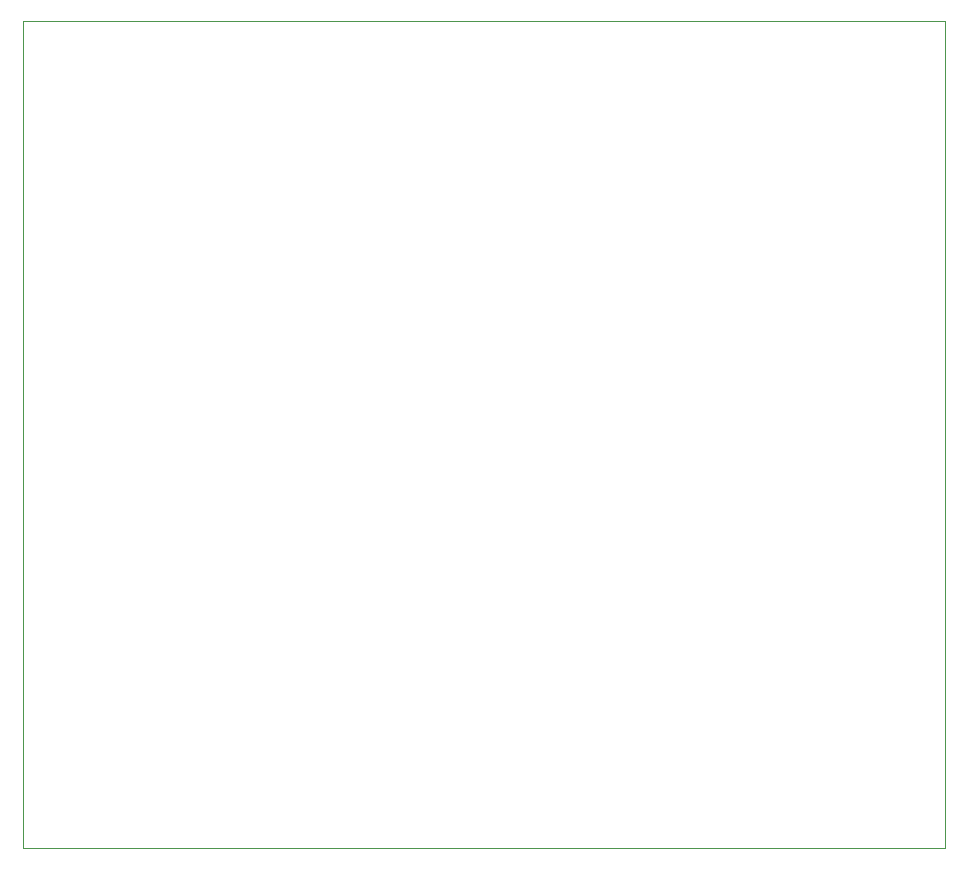
<source format=gbr>
G04 #@! TF.GenerationSoftware,KiCad,Pcbnew,5.1.5+dfsg1-2build2*
G04 #@! TF.CreationDate,2021-06-12T17:40:18+01:00*
G04 #@! TF.ProjectId,picoprobe_pcb,7069636f-7072-46f6-9265-5f7063622e6b,rev?*
G04 #@! TF.SameCoordinates,Original*
G04 #@! TF.FileFunction,Profile,NP*
%FSLAX46Y46*%
G04 Gerber Fmt 4.6, Leading zero omitted, Abs format (unit mm)*
G04 Created by KiCad (PCBNEW 5.1.5+dfsg1-2build2) date 2021-06-12 17:40:18*
%MOMM*%
%LPD*%
G04 APERTURE LIST*
%ADD10C,0.050000*%
G04 APERTURE END LIST*
D10*
X-89000000Y14000000D02*
X-86000000Y14000000D01*
X-89000000Y-56000000D02*
X-89000000Y14000000D01*
X-11000000Y-56000000D02*
X-89000000Y-56000000D01*
X-11000000Y14000000D02*
X-11000000Y-56000000D01*
X-86000000Y14000000D02*
X-11000000Y14000000D01*
M02*

</source>
